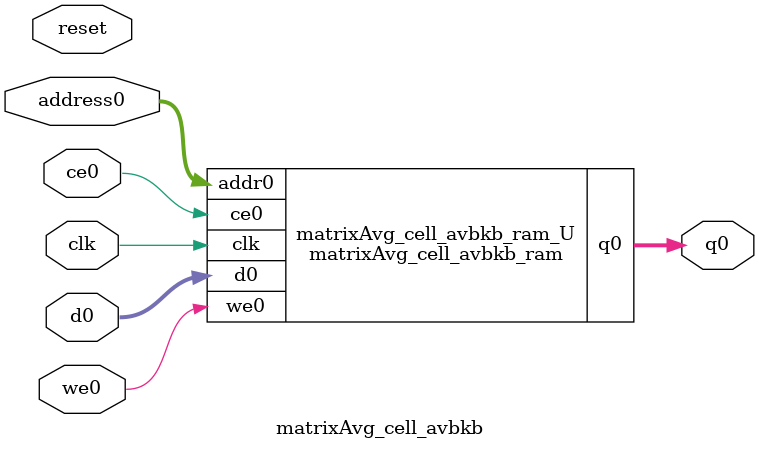
<source format=v>

`timescale 1 ns / 1 ps
module matrixAvg_cell_avbkb_ram (addr0, ce0, d0, we0, q0,  clk);

parameter DWIDTH = 32;
parameter AWIDTH = 4;
parameter MEM_SIZE = 9;

input[AWIDTH-1:0] addr0;
input ce0;
input[DWIDTH-1:0] d0;
input we0;
output reg[DWIDTH-1:0] q0;
input clk;

(* ram_style = "distributed" *)reg [DWIDTH-1:0] ram[0:MEM_SIZE-1];




always @(posedge clk)  
begin 
    if (ce0) 
    begin
        if (we0) 
        begin 
            ram[addr0] <= d0; 
            q0 <= d0;
        end 
        else 
            q0 <= ram[addr0];
    end
end


endmodule


`timescale 1 ns / 1 ps
module matrixAvg_cell_avbkb(
    reset,
    clk,
    address0,
    ce0,
    we0,
    d0,
    q0);

parameter DataWidth = 32'd32;
parameter AddressRange = 32'd9;
parameter AddressWidth = 32'd4;
input reset;
input clk;
input[AddressWidth - 1:0] address0;
input ce0;
input we0;
input[DataWidth - 1:0] d0;
output[DataWidth - 1:0] q0;



matrixAvg_cell_avbkb_ram matrixAvg_cell_avbkb_ram_U(
    .clk( clk ),
    .addr0( address0 ),
    .ce0( ce0 ),
    .d0( d0 ),
    .we0( we0 ),
    .q0( q0 ));

endmodule


</source>
